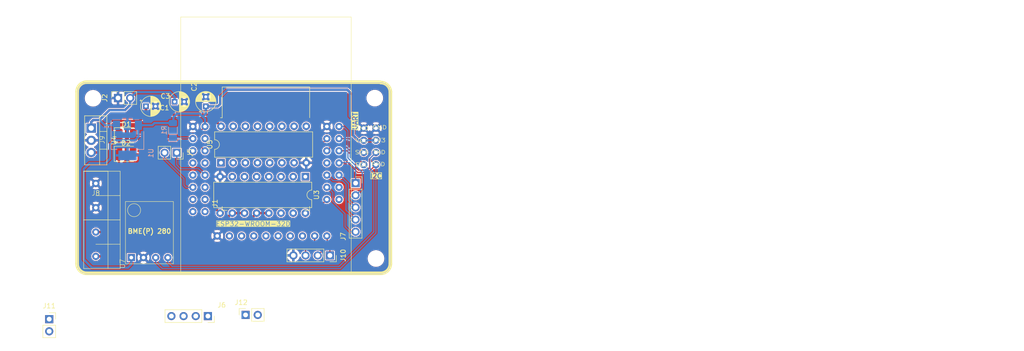
<source format=kicad_pcb>
(kicad_pcb (version 20240108) (generator "pcbnew") (generator_version "8.0")
  (layers (0 "F.Cu" signal) (31 "B.Cu" signal) (34 "B.Paste" user) (35 "F.Paste" user) (36 "B.SilkS" user "B.Silkscreen") (37 "F.SilkS" user "F.Silkscreen") (38 "B.Mask" user) (39 "F.Mask" user) (44 "Edge.Cuts" user))
  (net 0 "")
  (net 1 "GND")
  (net 2 "+3V3")
  (net 3 "+5V")
  (net 4 "/RXD")
  (net 5 "/TXD")
  (net 6 "/SDA")
  (net 7 "/OUT2")
  (net 8 "/OUT3")
  (net 9 "/SCL")
  (net 10 "/OUT1")
  (net 11 "/EN")
  (net 12 "/SOURCE2")
  (net 13 "/SOURCE1")
  (net 14 "/SOURCE3")
  (net 15 "/VDC")
  (net 16 "/DAC1")
  (net 17 "/DAC2")
  (net 18 "/GPIO13")
  (net 19 "/GPIO19")
  (net 20 "/GPIO17")
  (net 21 "/GPIO5")
  (net 22 "/GPIO18")
  (net 23 "/GPIO36")
  (net 24 "/ADC2_CH3")
  (net 25 "/GPIO32")
  (net 26 "/GPIO34")
  (net 27 "/SD_DATA1")
  (net 28 "/SD_DATA2")
  (net 29 "/SD_CLK")
  (net 30 "/SD_CMD")
  (net 31 "/SD_DATA3")
  (net 32 "/ADC2_CH0")
  (net 33 "/GPIO23")
  (net 34 "/SD_DATA0")
  (net 35 "/GPIO27")
  (net 36 "/ADC2_CH2")
  (net 37 "/BOOT")
  (net 38 "/V1-")
  (net 39 "/V1+")
  (net 40 "/GPIO39")
  (net 41 "/OUT4")
  (net 42 "/SOURCE4")
  (net 43 "/OUT5")
  (net 44 "/SOURCE5")
  (net 51 "/I1")
  (net 53 "/I3")
  (net 54 "/I6")
  (net 55 "/I7")
  (net 56 "/I5")
  (net 61 "Net-(J11-Pin_2)")
  (footprint "Capacitor_THT:CP_Radial_D4.0mm_P2.00mm" (layer "F.Cu") (at 106.75 44.9726 90)
    (property "Reference" "C2" (at 4.1 -2.42 -90) (layer "F.SilkS"))
    (property "Value" "1uF")
    (pad "1" thru_hole rect (at 0 0 90) (size 1.2 1.2) (drill 0.6) (layers "*.Cu" "*.Mask") (net 2 "+3V3"))
    (pad "2" thru_hole circle (at 2 0 90) (size 1.2 1.2) (drill 0.6) (layers "*.Cu" "*.Mask") (net 1 "GND"))
  )
  (footprint "LED_SMD:LED_1210_3225Metric_Pad1.42x2.65mm_HandSolder" (layer "F.Cu") (at 90.1125 54.9)
    (property "Reference" "D2" (at 0 -2.28 0) (layer "F.SilkS"))
    (property "Value" "LED")
    (pad "1" smd roundrect (at -1.4875 0) (size 1.425 2.65) (layers "F.Cu" "F.Paste" "F.Mask") (roundrect_rratio 0.175439) (net 1 "GND"))
    (pad "2" smd roundrect (at 1.4875 0) (size 1.425 2.65) (layers "F.Cu" "F.Paste" "F.Mask") (roundrect_rratio 0.175439) (net 26 "/GPIO34"))
  )
  (footprint "Alexander Footprints Library:ESP32-WROOM-Adapter-Socket-2" (layer "F.Cu") (at 119.3 56.79)
    (property "Reference" "J1" (at -10.61 8.43 90) (layer "F.SilkS"))
    (property "Value" "~")
    (fp_text user "ESP32-WROOM-32D" (at -10.5 13.31 0) (layer "F.SilkS" knockout) (effects (font (thickness 0.1)) (justify left bottom)))
    (pad "" thru_hole circle (at -15.24 10.16) (size 1.524 1.524) (drill 0.762) (layers "*.Cu" "*.Mask"))
    (pad "" thru_hole circle (at -12.7 10.16) (size 1.524 1.524) (drill 0.762) (layers "*.Cu" "*.Mask"))
    (pad "1" thru_hole circle (at -15.24 -7.62) (size 1.524 1.524) (drill 0.762) (layers "*.Cu" "*.Mask") (net 1 "GND"))
    (pad "2" thru_hole circle (at -12.7 -7.62) (size 1.524 1.524) (drill 0.762) (layers "*.Cu" "*.Mask") (net 2 "+3V3"))
    (pad "3" thru_hole circle (at -15.24 -5.08) (size 1.524 1.524) (drill 0.762) (layers "*.Cu" "*.Mask") (net 11 "/EN"))
    (pad "4" thru_hole circle (at -12.7 -5.08) (size 1.524 1.524) (drill 0.762) (layers "*.Cu" "*.Mask") (net 23 "/GPIO36"))
    (pad "5" thru_hole circle (at -15.24 -2.54) (size 1.524 1.524) (drill 0.762) (layers "*.Cu" "*.Mask") (net 40 "/GPIO39"))
    (pad "6" thru_hole circle (at -12.7 -2.54) (size 1.524 1.524) (drill 0.762) (layers "*.Cu" "*.Mask") (net 26 "/GPIO34"))
    (pad "7" thru_hole circle (at -15.24 0) (size 1.524 1.524) (drill 0.762) (layers "*.Cu" "*.Mask") (net 43 "/OUT5"))
    (pad "8" thru_hole circle (at -12.7 0) (size 1.524 1.524) (drill 0.762) (layers "*.Cu" "*.Mask") (net 25 "/GPIO32"))
    (pad "9" thru_hole circle (at -15.24 2.54) (size 1.524 1.524) (drill 0.762) (layers "*.Cu" "*.Mask") (net 41 "/OUT4"))
    (pad "10" thru_hole circle (at -12.7 2.54) (size 1.524 1.524) (drill 0.762) (layers "*.Cu" "*.Mask") (net 16 "/DAC1"))
    (pad "11" thru_hole circle (at -15.24 5.08) (size 1.524 1.524) (drill 0.762) (layers "*.Cu" "*.Mask") (net 17 "/DAC2"))
    (pad "12" thru_hole circle (at -12.7 5.08) (size 1.524 1.524) (drill 0.762) (layers "*.Cu" "*.Mask") (net 35 "/GPIO27"))
    (pad "13" thru_hole circle (at -15.24 7.62) (size 1.524 1.524) (drill 0.762) (layers "*.Cu" "*.Mask") (net 8 "/OUT3"))
    (pad "14" thru_hole circle (at -12.7 7.62) (size 1.524 1.524) (drill 0.762) (layers "*.Cu" "*.Mask") (net 7 "/OUT2"))
    (pad "15" thru_hole circle (at -10.16 15.24 90) (size 1.524 1.524) (drill 0.762) (layers "*.Cu" "*.Mask") (net 1 "GND"))
    (pad "16" thru_hole circle (at -7.62 15.24 90) (size 1.524 1.524) (drill 0.762) (layers "*.Cu" "*.Mask") (net 18 "/GPIO13"))
    (pad "17" thru_hole circle (at -5.08 15.24 90) (size 1.524 1.524) (drill 0.762) (layers "*.Cu" "*.Mask") (net 28 "/SD_DATA2"))
    (pad "18" thru_hole circle (at -2.54 15.24 90) (size 1.524 1.524) (drill 0.762) (layers "*.Cu" "*.Mask") (net 31 "/SD_DATA3"))
    (pad "19" thru_hole circle (at 0 15.24 90) (size 1.524 1.524) (drill 0.762) (layers "*.Cu" "*.Mask") (net 30 "/SD_CMD"))
    (pad "20" thru_hole circle (at 2.54 15.24 90) (size 1.524 1.524) (drill 0.762) (layers "*.Cu" "*.Mask") (net 29 "/SD_CLK"))
    (pad "21" thru_hole circle (at 5.08 15.24 90) (size 1.524 1.524) (drill 0.762) (layers "*.Cu" "*.Mask") (net 34 "/SD_DATA0"))
    (pad "22" thru_hole circle (at 7.62 15.24 90) (size 1.524 1.524) (drill 0.762) (layers "*.Cu" "*.Mask") (net 27 "/SD_DATA1"))
    (pad "23" thru_hole circle (at 10.16 15.24 90) (size 1.524 1.524) (drill 0.762) (layers "*.Cu" "*.Mask") (net 24 "/ADC2_CH3"))
    (pad "24" thru_hole circle (at 12.7 15.24 90) (size 1.524 1.524) (drill 0.762) (layers "*.Cu" "*.Mask") (net 36 "/ADC2_CH2"))
    (pad "25" thru_hole circle (at 15.24 7.62) (size 1.524 1.524) (drill 0.762) (layers "*.Cu" "*.Mask") (net 37 "/BOOT"))
    (pad "26" thru_hole circle (at 12.7 7.62) (size 1.524 1.524) (drill 0.762) (layers "*.Cu" "*.Mask") (net 32 "/ADC2_CH0"))
    (pad "27" thru_hole circle (at 15.24 5.08) (size 1.524 1.524) (drill 0.762) (layers "*.Cu" "*.Mask") (net 10 "/OUT1"))
    (pad "28" thru_hole circle (at 12.7 5.08) (size 1.524 1.524) (drill 0.762) (layers "*.Cu" "*.Mask") (net 20 "/GPIO17"))
    (pad "29" thru_hole circle (at 15.24 2.54) (size 1.524 1.524) (drill 0.762) (layers "*.Cu" "*.Mask") (net 21 "/GPIO5"))
    (pad "30" thru_hole circle (at 12.7 2.54) (size 1.524 1.524) (drill 0.762) (layers "*.Cu" "*.Mask") (net 22 "/GPIO18"))
    (pad "31" thru_hole circle (at 15.24 0) (size 1.524 1.524) (drill 0.762) (layers "*.Cu" "*.Mask") (net 19 "/GPIO19"))
    (pad "32" thru_hole circle (at 12.7 0) (size 1.524 1.524) (drill 0.762) (layers "*.Cu" "*.Mask"))
    (pad "33" thru_hole circle (at 15.24 -2.54) (size 1.524 1.524) (drill 0.762) (layers "*.Cu" "*.Mask") (net 6 "/SDA"))
    (pad "34" thru_hole circle (at 12.7 -2.54) (size 1.524 1.524) (drill 0.762) (layers "*.Cu" "*.Mask") (net 4 "/RXD"))
    (pad "35" thru_hole circle (at 15.24 -5.08) (size 1.524 1.524) (drill 0.762) (layers "*.Cu" "*.Mask") (net 5 "/TXD"))
    (pad "36" thru_hole circle (at 12.7 -5.08) (size 1.524 1.524) (drill 0.762) (layers "*.Cu" "*.Mask") (net 9 "/SCL"))
    (pad "37" thru_hole circle (at 15.24 -7.62) (size 1.524 1.524) (drill 0.762) (layers "*.Cu" "*.Mask") (net 33 "/GPIO23"))
    (pad "38" thru_hole circle (at 12.7 -7.62) (size 1.524 1.524) (drill 0.762) (layers "*.Cu" "*.Mask") (net 1 "GND"))
  )
  (footprint "MountingHole:MountingHole_3mm" (layer "F.Cu") (at 142 43.25)
    (property "Reference" "H1" (hide yes))
    (property "Value" "MountingHole_Pad")
    (pad "" np_thru_hole circle (at 0 0) (size 3 3) (drill 3) (layers "*.Cu" "*.Mask"))
  )
  (footprint "MountingHole:MountingHole_3mm" (layer "F.Cu") (at 83.25 43.28)
    (property "Reference" "H2" (hide yes))
    (property "Value" "MountingHole_Pad")
    (pad "" np_thru_hole circle (at 0 0) (size 3 3) (drill 3) (layers "*.Cu" "*.Mask"))
  )
  (footprint "Connector_PinSocket_2.54mm:PinSocket_1x02_P2.54mm_Vertical" (layer "F.Cu") (at 74.1 89.41)
    (property "Reference" "J11" (at 0 -2.77 0) (layer "F.SilkS"))
    (property "Value" "Conn_01x02_Socket")
    (pad "1" thru_hole rect (at 0 0) (size 1.7 1.7) (drill 1) (layers "*.Cu" "*.Mask") (net 3 "+5V"))
    (pad "2" thru_hole oval (at 0 2.54) (size 1.7 1.7) (drill 1) (layers "*.Cu" "*.Mask") (net 61 "Net-(J11-Pin_2)"))
  )
  (footprint "Package_DIP:DIP-16_W7.62mm" (layer "F.Cu") (at 127.52 59.65 -90)
    (property "Reference" "U3" (at 3.81 -2.33 90) (layer "F.SilkS"))
    (property "Value" "ULN2003")
    (pad "1" thru_hole rect (at 0 0 270) (size 1.6 1.6) (drill 0.8) (layers "*.Cu" "*.Mask"))
    (pad "2" thru_hole oval (at 0 2.54 270) (size 1.6 1.6) (drill 0.8) (layers "*.Cu" "*.Mask") (net 51 "/I1"))
    (pad "3" thru_hole oval (at 0 5.08 270) (size 1.6 1.6) (drill 0.8) (layers "*.Cu" "*.Mask") (net 53 "/I3"))
    (pad "4" thru_hole oval (at 0 7.62 270) (size 1.6 1.6) (drill 0.8) (layers "*.Cu" "*.Mask") (net 56 "/I5"))
    (pad "5" thru_hole oval (at 0 10.16 270) (size 1.6 1.6) (drill 0.8) (layers "*.Cu" "*.Mask") (net 56 "/I5"))
    (pad "6" thru_hole oval (at 0 12.7 270) (size 1.6 1.6) (drill 0.8) (layers "*.Cu" "*.Mask") (net 55 "/I7"))
    (pad "7" thru_hole oval (at 0 15.24 270) (size 1.6 1.6) (drill 0.8) (layers "*.Cu" "*.Mask") (net 55 "/I7"))
    (pad "8" thru_hole oval (at 0 17.78 270) (size 1.6 1.6) (drill 0.8) (layers "*.Cu" "*.Mask") (net 1 "GND"))
    (pad "9" thru_hole oval (at 7.62 17.78 270) (size 1.6 1.6) (drill 0.8) (layers "*.Cu" "*.Mask") (net 3 "+5V"))
    (pad "10" thru_hole oval (at 7.62 15.24 270) (size 1.6 1.6) (drill 0.8) (layers "*.Cu" "*.Mask") (net 12 "/SOURCE2"))
    (pad "11" thru_hole oval (at 7.62 12.7 270) (size 1.6 1.6) (drill 0.8) (layers "*.Cu" "*.Mask") (net 12 "/SOURCE2"))
    (pad "12" thru_hole oval (at 7.62 10.16 270) (size 1.6 1.6) (drill 0.8) (layers "*.Cu" "*.Mask") (net 13 "/SOURCE1"))
    (pad "13" thru_hole oval (at 7.62 7.62 270) (size 1.6 1.6) (drill 0.8) (layers "*.Cu" "*.Mask") (net 13 "/SOURCE1"))
    (pad "14" thru_hole oval (at 7.62 5.08 270) (size 1.6 1.6) (drill 0.8) (layers "*.Cu" "*.Mask"))
    (pad "15" thru_hole oval (at 7.62 2.54 270) (size 1.6 1.6) (drill 0.8) (layers "*.Cu" "*.Mask"))
    (pad "16" thru_hole oval (at 7.62 0 270) (size 1.6 1.6) (drill 0.8) (layers "*.Cu" "*.Mask"))
  )
  (footprint "Alexander Footprints Library:Conn_Terminal_5mm" (layer "F.Cu") (at 83.82 53.44)
    (property "Reference" "J9" (at 1.33 -1.49 90) (layer "F.SilkS") (effects (font (thickness 0.1))))
    (property "Value" "Conn_01x02_Socket")
    (pad "1" thru_hole circle (at 0 7.62) (size 1.524 1.524) (drill 0.762) (layers "*.Cu" "*.Mask") (net 1 "GND"))
    (pad "2" thru_hole circle (at 0 12.7) (size 1.524 1.524) (drill 0.762) (layers "*.Cu" "*.Mask") (net 1 "GND"))
  )
  (footprint "Package_DIP:DIP-16_W7.62mm" (layer "F.Cu") (at 109.925 56.75 90)
    (property "Reference" "U5" (at 3.81 -2.33 -90) (layer "F.SilkS"))
    (property "Value" "74LS595")
    (pad "1" thru_hole rect (at 0 0 90) (size 1.6 1.6) (drill 0.8) (layers "*.Cu" "*.Mask") (net 55 "/I7"))
    (pad "2" thru_hole oval (at 0 2.54 90) (size 1.6 1.6) (drill 0.8) (layers "*.Cu" "*.Mask") (net 55 "/I7"))
    (pad "3" thru_hole oval (at 0 5.08 90) (size 1.6 1.6) (drill 0.8) (layers "*.Cu" "*.Mask") (net 54 "/I6"))
    (pad "4" thru_hole oval (at 0 7.62 90) (size 1.6 1.6) (drill 0.8) (layers "*.Cu" "*.Mask") (net 56 "/I5"))
    (pad "5" thru_hole oval (at 0 10.16 90) (size 1.6 1.6) (drill 0.8) (layers "*.Cu" "*.Mask") (net 56 "/I5"))
    (pad "6" thru_hole oval (at 0 12.7 90) (size 1.6 1.6) (drill 0.8) (layers "*.Cu" "*.Mask") (net 53 "/I3"))
    (pad "7" thru_hole oval (at 0 15.24 90) (size 1.6 1.6) (drill 0.8) (layers "*.Cu" "*.Mask") (net 51 "/I1"))
    (pad "8" thru_hole oval (at 0 17.78 90) (size 1.6 1.6) (drill 0.8) (layers "*.Cu" "*.Mask") (net 1 "GND"))
    (pad "9" thru_hole oval (at 7.62 17.78 90) (size 1.6 1.6) (drill 0.8) (layers "*.Cu" "*.Mask"))
    (pad "10" thru_hole oval (at 7.62 15.24 90) (size 1.6 1.6) (drill 0.8) (layers "*.Cu" "*.Mask"))
    (pad "11" thru_hole oval (at 7.62 12.7 90) (size 1.6 1.6) (drill 0.8) (layers "*.Cu" "*.Mask"))
    (pad "12" thru_hole oval (at 7.62 10.16 90) (size 1.6 1.6) (drill 0.8) (layers "*.Cu" "*.Mask"))
    (pad "13" thru_hole oval (at 7.62 7.62 90) (size 1.6 1.6) (drill 0.8) (layers "*.Cu" "*.Mask"))
    (pad "14" thru_hole oval (at 7.62 5.08 90) (size 1.6 1.6) (drill 0.8) (layers "*.Cu" "*.Mask"))
    (pad "15" thru_hole oval (at 7.62 2.54 90) (size 1.6 1.6) (drill 0.8) (layers "*.Cu" "*.Mask"))
    (pad "16" thru_hole oval (at 7.62 0 90) (size 1.6 1.6) (drill 0.8) (layers "*.Cu" "*.Mask") (net 3 "+5V"))
  )
  (footprint "Connector_PinSocket_2.54mm:PinSocket_1x05_P2.54mm_Vertical" (layer "F.Cu") (at 138 61)
    (property "Reference" "J7" (at -2.6 11.15 90) (layer "F.SilkS"))
    (property "Value" "GPIO")
    (pad "1" thru_hole rect (at 0 0) (size 1.7 1.7) (drill 1) (layers "*.Cu" "*.Mask") (net 19 "/GPIO19"))
    (pad "2" thru_hole oval (at 0 2.54) (size 1.7 1.7) (drill 1) (layers "*.Cu" "*.Mask") (net 33 "/GPIO23"))
    (pad "3" thru_hole oval (at 0 5.08) (size 1.7 1.7) (drill 1) (layers "*.Cu" "*.Mask") (net 21 "/GPIO5"))
    (pad "4" thru_hole oval (at 0 7.62) (size 1.7 1.7) (drill 1) (layers "*.Cu" "*.Mask") (net 22 "/GPIO18"))
    (pad "5" thru_hole oval (at 0 10.16) (size 1.7 1.7) (drill 1) (layers "*.Cu" "*.Mask") (net 20 "/GPIO17"))
  )
  (footprint "Connector_PinSocket_2.54mm:PinSocket_1x02_P2.54mm_Vertical" (layer "F.Cu") (at 88.45 43.22 90)
    (property "Reference" "J2" (at 0 -2.77 -90) (layer "F.SilkS"))
    (property "Value" "PWD")
    (pad "1" thru_hole rect (at 0 0 90) (size 1.7 1.7) (drill 1) (layers "*.Cu" "*.Mask") (net 1 "GND"))
    (pad "2" thru_hole oval (at 0 2.54 90) (size 1.7 1.7) (drill 1) (layers "*.Cu" "*.Mask") (net 15 "/VDC"))
  )
  (footprint "Connector_PinSocket_2.54mm:PinSocket_1x02_P2.54mm_Vertical" (layer "F.Cu") (at 115.05 88.525 90)
    (property "Reference" "J12" (at 2.6 -0.92 180) (layer "F.SilkS"))
    (property "Value" "Conn_01x02_Socket")
    (pad "1" thru_hole rect (at 0 0 90) (size 1.7 1.7) (drill 1) (layers "*.Cu" "*.Mask") (net 39 "/V1+"))
    (pad "2" thru_hole oval (at 0 2.54 90) (size 1.7 1.7) (drill 1) (layers "*.Cu" "*.Mask") (net 38 "/V1-"))
  )
  (footprint "Connector_PinSocket_2.54mm:PinSocket_1x04_P2.54mm_Vertical" (layer "F.Cu") (at 107.2 88.775 -90)
    (property "Reference" "J6" (at -2.3 -2.87 180) (layer "F.SilkS"))
    (property "Value" "SOURCE")
    (pad "1" thru_hole rect (at 0 0 270) (size 1.7 1.7) (drill 1) (layers "*.Cu" "*.Mask") (net 14 "/SOURCE3"))
    (pad "2" thru_hole oval (at 0 2.54 270) (size 1.7 1.7) (drill 1) (layers "*.Cu" "*.Mask") (net 42 "/SOURCE4"))
    (pad "3" thru_hole oval (at 0 5.08 270) (size 1.7 1.7) (drill 1) (layers "*.Cu" "*.Mask") (net 44 "/SOURCE5"))
    (pad "4" thru_hole oval (at 0 7.62 270) (size 1.7 1.7) (drill 1) (layers "*.Cu" "*.Mask") (net 1 "GND"))
  )
  (footprint "Connector_PinSocket_2.54mm:PinSocket_1x04_P2.54mm_Vertical" (layer "F.Cu") (at 132.64 76.1 -90)
    (property "Reference" "J10" (at 0 -2.77 90) (layer "F.SilkS"))
    (property "Value" "ADC")
    (pad "1" thru_hole rect (at 0 0 270) (size 1.7 1.7) (drill 1) (layers "*.Cu" "*.Mask") (net 36 "/ADC2_CH2"))
    (pad "2" thru_hole oval (at 0 2.54 270) (size 1.7 1.7) (drill 1) (layers "*.Cu" "*.Mask") (net 32 "/ADC2_CH0"))
    (pad "3" thru_hole oval (at 0 5.08 270) (size 1.7 1.7) (drill 1) (layers "*.Cu" "*.Mask") (net 24 "/ADC2_CH3"))
    (pad "4" thru_hole oval (at 0 7.62 270) (size 1.7 1.7) (drill 1) (layers "*.Cu" "*.Mask") (net 1 "GND"))
  )
  (footprint "Capacitor_THT:CP_Radial_D4.0mm_P2.00mm" (layer "F.Cu") (at 94.267401 44.948)
    (property "Reference" "C3" (at 4.05 -2.1 0) (layer "F.SilkS"))
    (property "Value" "1uF")
    (pad "1" thru_hole rect (at 0 0) (size 1.2 1.2) (drill 0.6) (layers "*.Cu" "*.Mask") (net 3 "+5V"))
    (pad "2" thru_hole circle (at 2 0) (size 1.2 1.2) (drill 0.6) (layers "*.Cu" "*.Mask") (net 1 "GND"))
  )
  (footprint "Connector_PinSocket_2.54mm:PinSocket_1x02_P2.54mm_Vertical" (layer "F.Cu") (at 100.7 54.65 -90)
    (property "Reference" "J5" (at 0 -2.77 90) (layer "F.SilkS"))
    (property "Value" "DAC_Socket")
    (pad "1" thru_hole rect (at 0 0 270) (size 1.7 1.7) (drill 1) (layers "*.Cu" "*.Mask") (net 16 "/DAC1"))
    (pad "2" thru_hole oval (at 0 2.54 270) (size 1.7 1.7) (drill 1) (layers "*.Cu" "*.Mask") (net 17 "/DAC2"))
  )
  (footprint "Alexander Footprints Library:Conn_UART" (layer "F.Cu") (at 139.7 41.9)
    (property "Reference" "J3" (hide yes))
    (property "Value" "UART")
    (fp_text user "3V3" (at 3.2 10.16 0) (layer "F.SilkS") (effects (font (size 0.8 1) (thickness 0.1))))
    (fp_text user "GND" (at 3.3 7.46 0) (layer "F.SilkS") (effects (font (size 0.8 1) (thickness 0.1))))
    (fp_text user "RXD" (at 3 15.16 0) (layer "F.SilkS") (effects (font (size 0.8 1) (thickness 0.1))))
    (fp_text user "TXD" (at 3.2 12.66 0) (layer "F.SilkS") (effects (font (size 0.8 1) (thickness 0.1))))
    (fp_text user "UART" (at -1.2 6.16 90) (layer "F.SilkS" knockout) (effects (font (thickness 0.2) (bold yes)) (justify bottom)))
    (pad "3V3" thru_hole circle (at 0 10.16) (size 1.524 1.524) (drill 0.762) (layers "*.Cu" "*.Mask") (net 2 "+3V3"))
    (pad "GND" thru_hole circle (at 0 7.62) (size 1.524 1.524) (drill 0.762) (layers "*.Cu" "*.Mask") (net 1 "GND"))
    (pad "RXD" thru_hole circle (at 0 15.24) (size 1.524 1.524) (drill 0.762) (layers "*.Cu" "*.Mask") (net 4 "/RXD"))
    (pad "TXD" thru_hole circle (at 0 12.7) (size 1.524 1.524) (drill 0.762) (layers "*.Cu" "*.Mask") (net 5 "/TXD"))
  )
  (footprint "Capacitor_THT:CP_Radial_D4.0mm_P2.00mm" (layer "F.Cu") (at 100.25 44)
    (property "Reference" "C1" (at -2.1 1.28 0) (layer "F.SilkS"))
    (property "Value" "1uF")
    (pad "1" thru_hole rect (at 0 0) (size 1.2 1.2) (drill 0.6) (layers "*.Cu" "*.Mask") (net 15 "/VDC"))
    (pad "2" thru_hole circle (at 2 0) (size 1.2 1.2) (drill 0.6) (layers "*.Cu" "*.Mask") (net 1 "GND"))
  )
  (footprint "Alexander Footprint Library:BME280_BMP280_I2C" (layer "F.Cu") (at 90 77.85 90)
    (property "Reference" "U7" (at 0 -0.6 90) (layer "F.SilkS") (effects (font (thickness 0.1))))
    (property "Value" "BME(P)280")
    (fp_text user "BME(P) 280" (at 6.8 5 0) (layer "F.SilkS") (effects (font (thickness 0.2) (bold yes))))
    (pad "1" thru_hole rect (at 1.3 1.22 90) (size 1.524 1.524) (drill 0.762) (layers "*.Cu" "*.Mask") (net 2 "+3V3"))
    (pad "2" thru_hole circle (at 1.3 3.76 90) (size 1.524 1.524) (drill 0.762) (layers "*.Cu" "*.Mask") (net 1 "GND"))
    (pad "3" thru_hole circle (at 1.3 6.3 90) (size 1.524 1.524) (drill 0.762) (layers "*.Cu" "*.Mask") (net 9 "/SCL"))
    (pad "4" thru_hole circle (at 1.3 8.84 90) (size 1.524 1.524) (drill 0.762) (layers "*.Cu" "*.Mask") (net 6 "/SDA"))
  )
  (footprint "Alexander Footprints Library:LD1117" (layer "F.Cu") (at 82.855 49.52 -90)
    (property "Reference" "U4" (at 2.54 -4.745 90) (layer "F.SilkS"))
    (property "Value" "L7805")
    (pad "1" thru_hole rect (at 0 0 270) (size 1.905 2) (drill 1.1) (layers "*.Cu" "*.Mask") (net 15 "/VDC"))
    (pad "2" thru_hole oval (at 2.54 0 270) (size 1.905 2) (drill 1.1) (layers "*.Cu" "*.Mask") (net 1 "GND"))
    (pad "3" thru_hole oval (at 5.08 0 270) (size 1.905 2) (drill 1.1) (layers "*.Cu" "*.Mask") (net 3 "+5V"))
  )
  (footprint "Alexander Footprints Library:Conn_I2C" (layer "F.Cu") (at 142.24 41.9)
    (property "Reference" "J4" (hide yes))
    (property "Value" "I2C")
    (fp_text user "I2C" (at 0.01 18.206 0) (layer "F.SilkS" knockout) (effects (font (thickness 0.2) (bold yes)) (justify bottom)))
    (fp_text user "SCL" (at -2.99 15.24 0) (layer "F.SilkS") (effects (font (size 0.8 1) (thickness 0.1))))
    (fp_text user "SDA" (at -2.99 12.666 0) (layer "F.SilkS") (effects (font (size 0.8 1) (thickness 0.1))))
    (fp_text user "GND" (at -2.99 7.666 0) (layer "F.SilkS") (effects (font (size 0.8 1) (thickness 0.1))))
    (fp_text user "Vcc" (at -2.99 10.16 0) (layer "F.SilkS") (effects (font (size 0.8 1) (thickness 0.1))))
    (pad "GND" thru_hole circle (at 0 7.62) (size 1.524 1.524) (drill 0.762) (layers "*.Cu" "*.Mask") (net 1 "GND"))
    (pad "SCL" thru_hole circle (at 0 15.24) (size 1.524 1.524) (drill 0.762) (layers "*.Cu" "*.Mask") (net 9 "/SCL"))
    (pad "SDA" thru_hole circle (at 0 12.7) (size 1.524 1.524) (drill 0.762) (layers "*.Cu" "*.Mask") (net 6 "/SDA"))
    (pad "Vcc" thru_hole circle (at 0 10.16) (size 1.524 1.524) (drill 0.762) (layers "*.Cu" "*.Mask") (net 2 "+3V3"))
  )
  (footprint "LED_SMD:LED_1210_3225Metric_Pad1.42x2.65mm_HandSolder" (layer "F.Cu") (at 90.16 51)
    (property "Reference" "D1" (at 0 -2.28 0) (layer "F.SilkS"))
    (property "Value" "LED")
    (pad "1" smd roundrect (at -1.4875 0) (size 1.425 2.65) (layers "F.Cu" "F.Paste" "F.Mask") (roundrect_rratio 0.175439) (net 1 "GND"))
    (pad "2" smd roundrect (at 1.4875 0) (size 1.425 2.65) (layers "F.Cu" "F.Paste" "F.Mask") (roundrect_rratio 0.175439) (net 2 "+3V3"))
  )
  (footprint "MountingHole:MountingHole_3mm" (layer "F.Cu") (at 142.25 76.75)
    (property "Reference" "H4" (hide yes))
    (property "Value" "MountingHole_Pad")
    (pad "" np_thru_hole circle (at 0 0) (size 3 3) (drill 3) (layers "*.Cu" "*.Mask"))
  )
  (footprint "Alexander Footprints Library:Conn_Terminal_5mm" (layer "F.Cu") (at 83.82 63.6)
    (property "Reference" "J8" (at 0 -0.5 0) (layer "F.SilkS") (effects (font (thickness 0.1))))
    (property "Value" "Conn_01x02_Socket")
    (pad "1" thru_hole circle (at 0 7.62) (size 1.524 1.524) (drill 0.762) (layers "*.Cu" "*.Mask") (net 12 "/SOURCE2"))
    (pad "2" thru_hole circle (at 0 12.7) (size 1.524 1.524) (drill 0.762) (layers "*.Cu" "*.Mask") (net 13 "/SOURCE1"))
  )
  (footprint "Resistor_SMD:R_1206_3216Metric_Pad1.30x1.75mm_HandSolder" (layer "B.Cu") (at 99.9 50 -90)
    (property "Reference" "R1" (at 0 1.82 90) (layer "B.SilkS") (effects (justify mirror)))
    (property "Value" "10K")
    (pad "1" smd roundrect (at -1.55 0 270) (size 1.3 1.75) (layers "B.Cu" "B.Paste" "B.Mask") (roundrect_rratio 0.192308) (net 2 "+3V3"))
    (pad "2" smd roundrect (at 1.55 0 270) (size 1.3 1.75) (layers "B.Cu" "B.Paste" "B.Mask") (roundrect_rratio 0.192308) (net 11 "/EN"))
  )
  (footprint "Package_TO_SOT_SMD:SOT-223-3_TabPin2" (layer "B.Cu") (at 90.414 52.06 -90)
    (property "Reference" "U1" (at 2.7 -4.9 90) (layer "B.SilkS") (effects (justify mirror)))
    (property "Value" "MAX1726EUK33")
    (pad "1" smd rect (at -3.15 2.3 270) (size 2 1.5) (layers "B.Cu" "B.Paste" "B.Mask") (net 15 "/VDC"))
    (pad "2" smd rect (at -3.15 0 270) (size 2 1.5) (layers "B.Cu" "B.Paste" "B.Mask") (net 1 "GND"))
    (pad "2" smd rect (at 3.15 0 270) (size 2 3.8) (layers "B.Cu" "B.Paste" "B.Mask") (net 1 "GND"))
    (pad "3" smd rect (at -3.15 -2.3 270) (size 2 1.5) (layers "B.Cu" "B.Paste" "B.Mask") (net 2 "+3V3"))
  )
  (gr_line (start 145.25 41.86421) (end 145.25 77.835782) (stroke (width 0.75)) (layer "F.SilkS"))
  (gr_line (start 81.914218 39.914218) (end 143.08579 39.914218) (stroke (width 0.75)) (layer "F.SilkS"))
  (gr_arc (start 145.25 77.835782) (mid 144.664218 79.25) (end 143.25 79.835782) (stroke (width 0.75)) (layer "F.SilkS"))
  (gr_line (start 79.914218 41.86421) (end 79.914218 77.835782) (stroke (width 0.75)) (layer "F.SilkS"))
  (gr_arc (start 81.914218 79.835782) (mid 80.5 79.25) (end 79.914218 77.835782) (stroke (width 0.75)) (layer "F.SilkS"))
  (gr_arc (start 143.25 40) (mid 144.664218 40.585782) (end 145.25 42) (stroke (width 0.75)) (layer "F.SilkS"))
  (gr_arc (start 79.914218 41.914218) (mid 80.5 40.5) (end 81.914218 39.914218) (stroke (width 0.75)) (layer "F.SilkS"))
  (gr_line (start 81.914214 79.835782) (end 143.085786 79.835782) (stroke (width 0.75)) (layer "F.SilkS"))
  (gr_line (start 80 42) (end 80.014214 77.985786) (stroke (width 0.1)) (layer "Edge.Cuts"))
  (gr_arc (start 143.185786 40.014214) (mid 144.6 40.6) (end 145.185786 42.014214) (stroke (width 0.1)) (layer "Edge.Cuts"))
  (gr_arc (start 82.014214 79.985786) (mid 80.6 79.4) (end 80.014214 77.985786) (stroke (width 0.1)) (layer "Edge.Cuts"))
  (gr_line (start 145.185786 42.014214) (end 145.185786 77.985786) (stroke (width 0.1)) (layer "Edge.Cuts"))
  (gr_arc (start 80 42) (mid 80.585786 40.585786) (end 82 40) (stroke (width 0.1)) (layer "Edge.Cuts"))
  (gr_line (start 82.014214 79.985786) (end 143.185786 79.985786) (stroke (width 0.1)) (layer "Edge.Cuts"))
  (gr_arc (start 145.185786 77.985786) (mid 144.6 79.4) (end 143.185786 79.985786) (stroke (width 0.1)) (layer "Edge.Cuts"))
  (gr_line (start 143.185786 40.014214) (end 82 40) (stroke (width 0.1)) (layer "Edge.Cuts"))
  (segment (start 84.21 65.75) (end 83.82 66.14) (width 0.5) (layer "F.Cu") (net 1))
  (segment (start 109.75 44.5) (end 109.75 42.75) (width 0.5) (layer "F.Cu") (net 2))
  (segment (start 136.3 41.5) (end 137.4 42.6) (width 0.5) (layer "F.Cu") (net 2))
  (segment (start 109.2774 44.9726) (end 109.75 44.5) (width 0.5) (layer "F.Cu") (net 2))
  (segment (start 137.4 42.6) (end 137.4 51) (width 0.5) (layer "F.Cu") (net 2))
  (segment (start 137.4 51) (end 138.46 52.06) (width 0.5) (layer "F.Cu") (net 2))
  (segment (start 93.6515 51) (end 94.1515 50.5) (width 0.25) (layer "F.Cu") (net 2))
  (segment (start 109.75 42.75) (end 111 41.5) (width 0.5) (layer "F.Cu") (net 2))
  (segment (start 106.75 44.9726) (end 109.2774 44.9726) (width 0.5) (layer "F.Cu") (net 2))
  (segment (start 105.27 50.5) (end 106.6 49.17) (width 0.25) (layer "F.Cu") (net 2))
  (segment (start 94.1515 50.5) (end 105.27 50.5) (width 0.25) (layer "F.Cu") (net 2))
  (segment (start 91.6475 51) (end 93.6515 51) (width 0.25) (layer "F.Cu") (net 2))
  (segment (start 138.46 52.06) (end 139.7 52.06) (width 0.5) (layer "F.Cu") (net 2))
  (segment (start 111 41.5) (end 136.3 41.5) (width 0.5) (layer "F.Cu") (net 2))
  (segment (start 91.22 76.55) (end 91.22 77.93) (width 0.5) (layer "B.Cu") (net 2))
  (segment (start 106.75 46.5) (end 106.125 47.125) (width 0.5) (layer "B.Cu") (net 2))
  (segment (start 96.056 48.45) (end 100 48.45) (width 0.5) (layer "B.Cu") (net 2))
  (segment (start 136.75 47) (end 137.5 47.75) (width 0.5) (layer "B.Cu") (net 2))
  (segment (start 87.7 52.05) (end 92 52.05) (width 0.5) (layer "B.Cu") (net 2))
  (segment (start 106.6 47.6) (end 106.6 49.17) (width 0.5) (layer "B.Cu") (net 2))
  (segment (start 137.5 51) (end 137.875 51.375) (width 0.5) (layer "B.Cu") (net 2))
  (segment (start 109.75 43) (end 111.25 41.5) (width 0.5) (layer "B.Cu") (net 2))
  (segment (start 109.75 44.5) (end 109.75 43) (width 0.5) (layer "B.Cu") (net 2))
  (segment (start 139.7 52.06) (end 142.24 52.06) (width 0.5) (layer "B.Cu") (net 2))
  (segment (start 95.596 48.91) (end 92.714 48.91) (width 0.5) (layer "B.Cu") (net 2))
  (segment (start 105.5 46.5) (end 105.875 46.875) (width 0.5) (layer "B.Cu") (net 2))
  (segment (start 109.2774 44.9726) (end 109.75 44.5) (width 0.5) (layer "B.Cu") (net 2))
  (segment (start 86.8 55.85) (end 86.8 52.95) (width 0.5) (layer "B.Cu") (net 2))
  (segment (start 81.3 58.05) (end 82.5 56.85) (width 0.5) (layer "B.Cu") (net 2))
  (segment (start 111.25 41.5) (end 136.25 41.5) (width 0.5) (layer "B.Cu") (net 2))
  (segment (start 81.3 76.95) (end 81.3 58.05) (width 0.5) (layer "B.Cu") (net 2))
  (segment (start 91.22 77.93) (end 90.5 78.65) (width 0.5) (layer "B.Cu") (net 2))
  (segment (start 90.5 78.65) (end 83 78.65) (width 0.5) (layer "B.Cu") (net 2))
  (segment (start 100.75 46.5) (end 105.5 46.5) (width 0.5) (layer "B.Cu") (net 2))
  (segment (start 86.8 52.95) (end 87.7 52.05) (width 0.5) (layer "B.Cu") (net 2))
  (segment (start 137.875 51.375) (end 138.56 52.06) (width 0.5) (layer "B.Cu") (net 2))
  (segment (start 106.75 44.9726) (end 109.2774 44.9726) (width 0.5) (layer "B.Cu") (net 2))
  (segment (start 95.596 48.91) (end 96.056 48.45) (width 0.5) (layer "B.Cu") (net 2))
  (segment (start 138.56 52.06) (end 139.7 52.06) (width 0.5) (layer "B.Cu") (net 2))
  (segment (start 100 48.45) (end 100 47.25) (width 0.5) (layer "B.Cu") (net 2))
  (segment (start 136.75 42) (end 136.75 47) (width 0.5) (layer "B.Cu") (net 2))
  (segment (start 105.875 46.875) (end 106.6 47.6) (width 0.5) (layer "B.Cu") (net 2))
  (segment (start 85.8 56.85) (end 86.8 55.85) (width 0.5) (layer "B.Cu") (net 2))
  (segment (start 100 47.25) (end 100.75 46.5) (width 0.5) (layer "B.Cu") (net 2))
  (segment (start 106.77 49) (end 106.6 49.17) (width 0.5) (layer "B.Cu") (net 2))
  (segment (start 92.714 51.336) (end 92.714 48.91) (width 0.5) (layer "B.Cu") (net 2))
  (segment (start 137.5 47.75) (end 137.5 51) (width 0.5) (layer "B.Cu") (net 2))
  (segment (start 106.75 44.9726) (end 106.75 46.5) (width 0.5) (layer "B.Cu") (net 2))
  (segment (start 92 52.05) (end 92.714 51.336) (width 0.5) (layer "B.Cu") (net 2))
  (segment (start 136.25 41.5) (end 136.75 42) (width 0.5) (layer "B.Cu") (net 2))
  (segment (start 82.5 56.85) (end 85.8 56.85) (width 0.5) (layer "B.Cu") (net 2))
  (segment (start 83 78.65) (end 81.3 76.95) (width 0.5) (layer "B.Cu") (net 2))
  (segment (start 87.05 48) (end 92.954 48) (width 0.5) (layer "F.Cu") (net 3))
  (segment (start 109.925 49.13) (end 108.245 47.45) (width 0.5) (layer "F.Cu") (net 3))
  (segment (start 82.855 54.6) (end 85.25 54.6) (width 0.5) (layer "F.Cu") (net 3))
  (segment (start 85.25 54.6) (end 86.1 53.75) (width 0.5) (layer "F.Cu") (net 3))
  (segment (start 108.245 47.45) (end 107.481599 46.686599) (width 0.5) (layer "F.Cu") (net 3))
  (segment (start 92.954 48) (end 94.267401 46.686599) (width 0.5) (layer "F.Cu") (net 3))
  (segment (start 109.74 67.27) (end 108.3 65.83) (width 0.5) (layer "F.Cu") (net 3))
  (segment (start 86.1 53.75) (end 86.1 48.95) (width 0.5) (layer "F.Cu") (net 3))
  (segment (start 94.267401 44.948) (end 94.267401 45.767401) (width 0.5) (layer "F.Cu") (net 3))
  (segment (start 108.3 65.83) (end 108.3 47.505) (width 0.5) (layer "F.Cu") (net 3))
  (segment (start 94.267401 44.948) (end 94.267401 46.686599) (width 0.5) (layer "F.Cu") (net 3))
  (segment (start 86.1 48.95) (end 87.05 48) (width 0.5) (layer "F.Cu") (net 3))
  (segment (start 107.481599 46.686599) (end 94.267401 46.686599) (width 0.5) (layer "F.Cu") (net 3))
  (segment (start 108.3 47.505) (end 108.245 47.45) (width 0.5) (layer "F.Cu") (net 3))
  (segment (start 139.7 57.1) (end 139.7 57.14) (width 0.25) (layer "F.Cu") (net 4))
  (segment (start 133.25 53) (end 135.6 53) (width 0.25) (layer "F.Cu") (net 4))
  (segment (start 135.6 53) (end 139.7 57.1) (width 0.25) (layer "F.Cu") (net 4))
  (segment (start 132 54.25) (end 133.25 53) (width 0.25) (layer "F.Cu") (net 4))
  (segment (start 140.3 57.2) (end 139.3 57.2) (width 0.25) (layer "F.Cu") (net 4))
  (segment (start 136.61 51.71) (end 134.54 51.71) (width 0.25) (layer "F.Cu") (net 5))
  (segment (start 134.74 51.54) (end 134.62 51.66) (width 0.25) (layer "F.Cu") (net 5))
  (segment (start 139.5 54.6) (end 136.61 51.71) (width 0.25) (layer "F.Cu") (net 5))
  (segment (start 139.7 54.6) (end 139.5 54.6) (width 0.25) (layer "F.Cu") (net 5))
  (segment (start 138.59 58.3) (end 140.4 58.3) (width 0.25) (layer "F.Cu") (net 6))
  (segment (start 136.213604 54.25) (end 138 56.036396) (width 0.25) (layer "F.Cu") (net 6))
  (segment (start 138 57.71) (end 138.59 58.3) (width 0.25) (layer "F.Cu") (net 6))
  (segment (start 140.9 55.94) (end 142.24 54.6) (width 0.25) (layer "F.Cu") (net 6))
  (segment (start 140.9 57.8) (end 140.9 55.94) (width 0.25) (layer "F.Cu") (net 6))
  (segment (start 134.54 54.25) (end 136.213604 54.25) (width 0.25) (layer "F.Cu") (net 6))
  (segment (start 138 56.036396) (end 138 57.71) (width 0.25) (layer "F.Cu") (net 6))
  (segment (start 142.24 54.6) (end 142.24 55.26) (width 0.25) (layer "F.Cu") (net 6))
  (segment (start 140.4 58.3) (end 140.9 57.8) (width 0.25) (layer "F.Cu") (net 6))
  (segment (start 98.84 77.49) (end 99.75 78.4) (width 0.25) (layer "B.Cu") (net 6))
  (segment (start 134.55 78.4) (end 141.79 71.16) (width 0.25) (layer "B.Cu") (net 6))
  (segment (start 99.75 78.4) (end 134.55 78.4) (width 0.25) (layer "B.Cu") (net 6))
  (segment (start 141.79 58.74) (end 141 57.95) (width 0.25) (layer "B.Cu") (net 6))
  (segment (start 141 57.95) (end 141 55.84) (width 0.25) (layer "B.Cu") (net 6))
  (segment (start 141 55.84) (end 142.24 54.6) (width 0.25) (layer "B.Cu") (net 6))
  (segment (start 141.79 71.16) (end 141.79 58.74) (width 0.25) (layer "B.Cu") (net 6))
  (segment (start 98.84 76.55) (end 98.84 77.49) (width 0.25) (layer "B.Cu") (net 6))
  (segment (start 131.5 55.5) (end 135.153604 55.5) (width 0.25) (layer "F.Cu") (net 9))
  (segment (start 130.745 54.745) (end 131.5 55.5) (width 0.25) (layer "F.Cu") (net 9))
  (segment (start 132.08 51.66) (end 130.745 52.995) (width 0.25) (layer "F.Cu") (net 9))
  (segment (start 135.153604 55.5) (end 138.403604 58.75) (width 0.25) (layer "F.Cu") (net 9))
  (segment (start 138.403604 58.75) (end 140.63 58.75) (width 0.25) (layer "F.Cu") (net 9))
  (segment (start 140.63 58.75) (end 142.24 57.14) (width 0.25) (layer "F.Cu") (net 9))
  (segment (start 130.745 52.995) (end 130.745 54.745) (width 0.25) (layer "F.Cu") (net 9))
  (segment (start 142.24 71.41) (end 142.24 57.14) (width 0.25) (layer "B.Cu") (net 9))
  (segment (start 97.7 78.85) (end 134.8 78.85) (width 0.25) (layer "B.Cu") (net 9))
  (segment (start 96.3 77.45) (end 97.7 78.85) (width 0.25) (layer "B.Cu") (net 9))
  (segment (start 134.8 78.85) (end 142.24 71.41) (width 0.25) (layer "B.Cu") (net 9))
  (segment (start 96.3 76.55) (end 96.3 77.45) (width 0.25) (layer "B.Cu") (net 9))
  (segment (start 103.72 52.05) (end 104.06 51.71) (width 0.25) (layer "F.Cu") (net 11))
  (segment (start 100 51.55) (end 103.9 51.55) (width 0.25) (layer "B.Cu") (net 11))
  (segment (start 103.9 51.55) (end 104.06 51.71) (width 0.25) (layer "B.Cu") (net 11))
  (segment (start 83.82 71.22) (end 85.77 71.22) (width 0.5) (layer "F.Cu") (net 12))
  (segment (start 112.28 67.27) (end 114.82 67.27) (width 0.5) (layer "F.Cu") (net 12))
  (segment (start 85.77 71.22) (end 88 73.45) (width 0.5) (layer "F.Cu") (net 12))
  (segment (start 88 73.45) (end 99 73.45) (width 0.5) (layer "F.Cu") (net 12))
  (segment (start 103.3 69.15) (end 110.3 69.15) (width 0.5) (layer "F.Cu") (net 12))
  (segment (start 112.18 67.27) (end 112.28 67.27) (width 0.5) (layer "F.Cu") (net 12))
  (segment (start 110.3 69.15) (end 112.18 67.27) (width 0.5) (layer "F.Cu") (net 12))
  (segment (start 99 73.45) (end 103.3 69.15) (width 0.5) (layer "F.Cu") (net 12))
  (segment (start 103.7 69.85) (end 114.78 69.85) (width 0.5) (layer "F.Cu") (net 13))
  (segment (start 88 74.15) (end 99.4 74.15) (width 0.5) (layer "F.Cu") (net 13))
  (segment (start 83.82 76.3) (end 85.85 76.3) (width 0.5) (layer "F.Cu") (net 13))
  (segment (start 99.4 74.15) (end 103.7 69.85) (width 0.5) (layer "F.Cu") (net 13))
  (segment (start 85.85 76.3) (end 88 74.15) (width 0.5) (layer "F.Cu") (net 13))
  (segment (start 114.78 69.85) (end 117.36 67.27) (width 0.5) (layer "F.Cu") (net 13))
  (segment (start 117.36 67.27) (end 119.9 67.27) (width 0.5) (layer "F.Cu") (net 13))
  (segment (start 88.45 45.76) (end 86.64 45.76) (width 0.5) (layer "F.Cu") (net 15))
  (segment (start 89.9 45.76) (end 88.45 45.76) (width 0.5) (layer "F.Cu") (net 15))
  (segment (start 82.855 48.245) (end 82.855 50.06) (width 0.5) (layer "F.Cu") (net 15))
  (segment (start 84.6 47.8) (end 83.3 47.8) (width 0.5) (layer "F.Cu") (net 15))
  (segment (start 90.99 44.67) (end 89.9 45.76) (width 0.5) (layer "F.Cu") (net 15))
  (segment (start 83.3 47.8) (end 82.855 48.245) (width 0.5) (layer "F.Cu") (net 15))
  (segment (start 90.99 43.22) (end 90.99 44.67) (width 0.5) (layer "F.Cu") (net 15))
  (segment (start 86.64 45.76) (end 84.6 47.8) (width 0.5) (layer "F.Cu") (net 15))
  (segment (start 89.9 45.76) (end 90.99 44.67) (width 0.5) (layer "B.Cu") (net 15))
  (segment (start 85.71 48.91) (end 88.114 48.91) (width 0.5) (layer "B.Cu") (net 15))
  (segment (start 90.99 44.67) (end 90.99 43.22) (width 0.5) (layer "B.Cu") (net 15))
  (segment (start 90.99 43.22) (end 92.21 42) (width 0.5) (layer "B.Cu") (net 15))
  (segment (start 99.25 42) (end 100.25 43) (width 0.5) (layer "B.Cu") (net 15))
  (segment (start 84.6 47.8) (end 86.64 45.76) (width 0.5) (layer "B.Cu") (net 15))
  (segment (start 84.6 47.8) (end 85.71 48.91) (width 0.5) (layer "B.Cu") (net 15))
  (segment (start 100.25 43) (end 100.25 44) (width 0.5) (layer "B.Cu") (net 15))
  (segment (start 83.3 47.8) (end 84.6 47.8) (width 0.5) (layer "B.Cu") (net 15))
  (segment (start 86.64 45.76) (end 89.9 45.76) (width 0.5) (layer "B.Cu") (net 15))
  (segment (start 92.21 42) (end 99.25 42) (width 0.5) (layer "B.Cu") (net 15))
  (segment (start 82.855 49.52) (end 82.855 48.245) (width 0.5) (layer "B.Cu") (net 15))
  (segment (start 82.855 48.245) (end 83.3 47.8) (width 0.5) (layer "B.Cu") (net 15))
  (segment (start 105.27 58) (end 101.5 58) (width 0.25) (layer "B.Cu") (net 16))
  (segment (start 101.5 58) (end 100.7 57.2) (width 0.25) (layer "B.Cu") (net 16))
  (segment (start 100.7 57.2) (end 100.7 54.65) (width 0.25) (layer "B.Cu") (net 16))
  (segment (start 106.6 59.33) (end 105.27 58) (width 0.25) (layer "B.Cu") (net 16))
  (segment (start 102.62 61.87) (end 104.06 61.87) (width 0.25) (layer "B.Cu") (net 17))
  (segment (start 102.2 60.05) (end 102.2 61.45) (width 0.25) (layer "B.Cu") (net 17))
  (segment (start 98.16 56.01) (end 102.2 60.05) (width 0.25) (layer "B.Cu") (net 17))
  (segment (start 102.2 61.45) (end 102.62 61.87) (width 0.25) (layer "B.Cu") (net 17))
  (segment (start 98.16 54.65) (end 98.16 56.01) (width 0.25) (layer "B.Cu") (net 17))
  (segment (start 136.69 56.74) (end 134.62 56.74) (width 0.25) (layer "B.Cu") (net 19))
  (segment (start 138.5 60.96) (end 138.46 61) (width 0.25) (layer "B.Cu") (net 19))
  (segment (start 138 61) (end 138 58.05) (width 0.25) (layer "B.Cu") (net 19))
  (segment (start 138 58.05) (end 136.69 56.74) (width 0.25) (layer "B.Cu") (net 19))
  (segment (start 135.8 70.05) (end 135.8 67.4) (width 0.25) (layer "B.Cu") (net 20))
  (segment (start 136.87 71.12) (end 135.8 70.05) (width 0.25) (layer "B.Cu") (net 20))
  (segment (start 138.5 71.12) (end 136.87 71.12) (width 0.25) (layer "B.Cu") (net 20))
  (segment (start 135.8 67.4) (end 133.25 64.85) (width 0.25) (layer "B.Cu") (net 20))
  (segment (start 133.25 62.99) (end 132.08 61.82) (width 0.25) (layer "B.Cu") (net 20))
  (segment (start 133.25 64.85) (end 133.25 62.99) (width 0.25) (layer "B.Cu") (net 20))
  (segment (start 137.96 66.04) (end 136.5 64.58) (width 0.25) (layer "B.Cu") (net 21))
  (segment (start 136.5 64.58) (end 136.5 61.113604) (width 0.25) (layer "B.Cu") (net 21))
  (segment (start 136.5 61.113604) (end 134.666396 59.28) (width 0.25) (layer "B.Cu") (net 21))
  (segment (start 134.666396 59.28) (end 134.62 59.28) (width 0.25) (layer "B.Cu") (net 21))
  (segment (start 133.3 60.5) (end 132.08 59.28) (width 0.25) (layer "B.Cu") (net 22))
  (segment (start 136 66.62) (end 136 61.25) (width 0.25) (layer "B.Cu") (net 22))
  (segment (start 136 61.25) (end 135.25 60.5) (width 0.25) (layer "B.Cu") (net 22))
  (segment (start 137.96 68.58) (end 136 66.62) (width 0.25) (layer "B.Cu") (net 22))
  (segment (start 135.25 60.5) (end 133.3 60.5) (width 0.25) (layer "B.Cu") (net 22))
  (segment (start 127.56 74.84) (end 129.46 72.94) (width 0.25) (layer "F.Cu") (net 24))
  (segment (start 129.46 72.94) (end 129.46 72.03) (width 0.25) (layer "F.Cu") (net 24))
  (segment (start 127.56 76.9) (end 127.56 75.64) (width 0.25) (layer "F.Cu") (net 24))
  (segment (start 127.56 76.1) (end 127.56 74.84) (width 0.25) (layer "F.Cu") (net 24))
  (segment (start 93.1 54.9) (end 96 52) (width 0.25) (layer "F.Cu") (net 26))
  (segment (start 105.35 53) (end 106.6 54.25) (width 0.25) (layer "F.Cu") (net 26))
  (segment (start 102.45 53) (end 105.35 53) (width 0.25) (layer "F.Cu") (net 26))
  (segment (start 96 52) (end 101.45 52) (width 0.25) (layer "F.Cu") (net 26))
  (segment (start 91.6 54.9) (end 93.1 54.9) (width 0.25) (layer "F.Cu") (net 26))
  (segment (start 101.45 52) (end 102.45 53) (width 0.25) (layer "F.Cu") (net 26))
  (segment (start 130.1 76.1) (end 130.913 75.287) (width 0.25) (layer "F.Cu") (net 32))
  (segment (start 130.913 73.663) (end 130.7 73.45) (width 0.25) (layer "F.Cu") (net 32))
  (segment (start 130.7 73.45) (end 130.7 65.71) (width 0.25) (layer "F.Cu") (net 32))
  (segment (start 130.913 75.287) (end 130.913 73.663) (width 0.25) (layer "F.Cu") (net 32))
  (segment (start 130.7 65.71) (end 132 64.41) (width 0.25) (layer "F.Cu") (net 32))
  (segment (start 135.47 49.17) (end 136.4 50.1) (width 0.25) (layer "B.Cu") (net 33))
  (segment (start 135.1 49.6) (end 134.62 49.12) (width 0.25) (layer "B.Cu") (net 33))
  (segment (start 136.4 55.75) (end 139.4 58.75) (width 0.25) (layer "B.Cu") (net 33))
  (segment (start 134.54 49.17) (end 135.47 49.17) (width 0.25) (layer "B.Cu") (net 33))
  (segment (start 139.4 58.75) (end 139.4 62.14) (width 0.25) (layer "B.Cu") (net 33))
  (segment (start 139.4 62.14) (end 138 63.54) (width 0.25) (layer "B.Cu") (net 33))
  (segment (start 136.4 50.1) (end 136.4 55.75) (width 0.25) (layer "B.Cu") (net 33))
  (segment (start 132.08 74.18) (end 132.08 72.03) (width 0.25) (layer "F.Cu") (net 36))
  (segment (start 132.64 76.1) (end 132.64 74.74) (width 0.25) (layer "F.Cu") (net 36))
  (segment (start 132.64 74.74) (end 132.08 74.18) (width 0.25) (layer "F.Cu") (net 36))
  (segment (start 134.77 64.64) (end 134.54 64.41) (width 0.25) (layer "F.Cu") (net 37))
  (segment (start 134.5 64.45) (end 134.54 64.41) (width 0.25) (layer "F.Cu") (net 37))
  (segment (start 103.97 59.28) (end 104.14 59.28) (width 0.25) (layer "F.Cu") (net 41))
  (zone (net 1) (net_name "GND") (layer "F.Cu") (priority 1) (connect_pads (clearance 0)) (min_thickness 0.25) (fill yes (thermal_gap 0.5) (thermal_bridge_width 0.5))
    (polygon (pts (xy 80 40) (xy 80 80) (xy 145.25 80) (xy 145.25 40)))
  )
  (zone (net 1) (net_name "GND") (layer "B.Cu") (connect_pads (clearance 0)) (min_thickness 0.25) (fill yes (thermal_gap 0.5) (thermal_bridge_width 0.5))
    (polygon (pts (xy 80 40) (xy 145.2 40) (xy 145.2 80) (xy 80 80)))
  )
)
</source>
